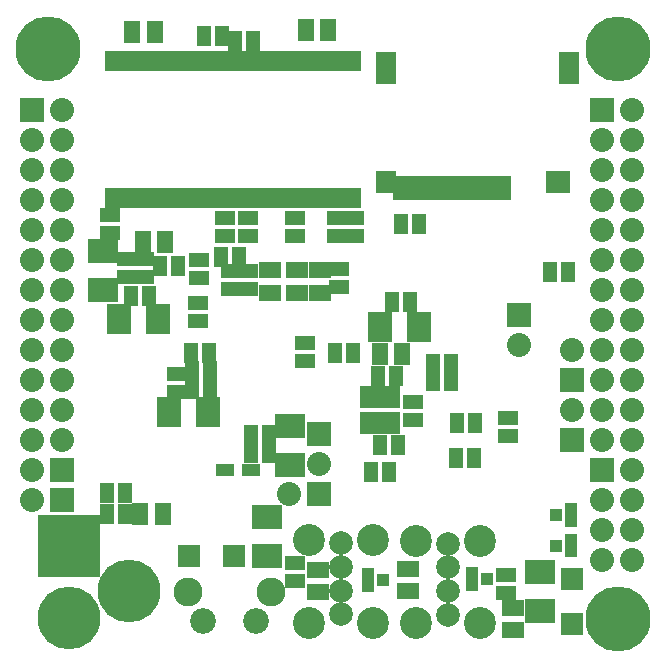
<source format=gbs>
G04 (created by PCBNEW-RS274X (2011-07-20 BZR 3052)-testing) date Mon 29 Aug 2011 11:42:48 PM COT*
G01*
G70*
G90*
%MOIN*%
G04 Gerber Fmt 3.4, Leading zero omitted, Abs format*
%FSLAX34Y34*%
G04 APERTURE LIST*
%ADD10C,0.006000*%
%ADD11C,0.106600*%
%ADD12C,0.079100*%
%ADD13R,0.075100X0.075100*%
%ADD14R,0.059300X0.043600*%
%ADD15R,0.046000X0.082000*%
%ADD16R,0.082000X0.074000*%
%ADD17R,0.066000X0.106000*%
%ADD18R,0.066000X0.074000*%
%ADD19R,0.075000X0.055000*%
%ADD20R,0.045000X0.065000*%
%ADD21R,0.065000X0.045000*%
%ADD22R,0.080000X0.080000*%
%ADD23C,0.080000*%
%ADD24C,0.086000*%
%ADD25C,0.096000*%
%ADD26R,0.080000X0.100000*%
%ADD27R,0.100000X0.080000*%
%ADD28R,0.055000X0.075000*%
%ADD29R,0.043600X0.039600*%
%ADD30C,0.209000*%
%ADD31R,0.209000X0.209000*%
%ADD32R,0.032600X0.066000*%
%ADD33R,0.067200X0.075100*%
%ADD34C,0.216900*%
G04 APERTURE END LIST*
G54D10*
G54D11*
X55866Y-51198D03*
X58008Y-51198D03*
G54D12*
X56937Y-53666D03*
X56937Y-52879D03*
X56937Y-52091D03*
X56937Y-51304D03*
G54D11*
X58008Y-53953D03*
X55866Y-53953D03*
X59433Y-51206D03*
X61575Y-51206D03*
G54D12*
X60504Y-53674D03*
X60504Y-52887D03*
X60504Y-52099D03*
X60504Y-51312D03*
G54D11*
X61575Y-53961D03*
X59433Y-53961D03*
G54D13*
X51870Y-51720D03*
X53366Y-51720D03*
X64626Y-52488D03*
X64626Y-53984D03*
G54D14*
X53059Y-48839D03*
X53925Y-48839D03*
G54D15*
X62356Y-39449D03*
X61926Y-39449D03*
X61496Y-39449D03*
X61056Y-39449D03*
X60626Y-39449D03*
X60196Y-39449D03*
X59756Y-39449D03*
X59326Y-39449D03*
X58896Y-39449D03*
G54D16*
X64166Y-39249D03*
G54D17*
X64526Y-35469D03*
X58426Y-35469D03*
G54D18*
X58416Y-39249D03*
G54D19*
X54563Y-42192D03*
X54563Y-42942D03*
G54D20*
X64493Y-42244D03*
X63893Y-42244D03*
G54D21*
X62496Y-47706D03*
X62496Y-47106D03*
G54D22*
X65642Y-36839D03*
G54D23*
X66642Y-36839D03*
X65642Y-37839D03*
X66642Y-37839D03*
X65642Y-38839D03*
X66642Y-38839D03*
X65642Y-39839D03*
X66642Y-39839D03*
X65642Y-40839D03*
X66642Y-40839D03*
X65642Y-41839D03*
X66642Y-41839D03*
X65642Y-42839D03*
X66642Y-42839D03*
X65642Y-43839D03*
X66642Y-43839D03*
X65642Y-44839D03*
X66642Y-44839D03*
X65642Y-45839D03*
X66642Y-45839D03*
X65642Y-46839D03*
X66642Y-46839D03*
X65642Y-47839D03*
X66642Y-47839D03*
G54D24*
X52319Y-53890D03*
X54089Y-53890D03*
G54D25*
X51819Y-52910D03*
X54579Y-52910D03*
G54D26*
X51200Y-46921D03*
X52500Y-46921D03*
G54D27*
X55236Y-47385D03*
X55236Y-48685D03*
G54D26*
X50839Y-43835D03*
X49539Y-43835D03*
G54D27*
X49008Y-42867D03*
X49008Y-41567D03*
G54D20*
X53401Y-34567D03*
X54001Y-34567D03*
X52957Y-34390D03*
X52357Y-34390D03*
G54D21*
X49228Y-40369D03*
X49228Y-40969D03*
X56791Y-40452D03*
X56791Y-41052D03*
X57366Y-40452D03*
X57366Y-41052D03*
X53055Y-40448D03*
X53055Y-41048D03*
X53835Y-40448D03*
X53835Y-41048D03*
X55378Y-40452D03*
X55378Y-41052D03*
X55740Y-44625D03*
X55740Y-45225D03*
G54D20*
X50536Y-43067D03*
X49936Y-43067D03*
X49114Y-50330D03*
X49714Y-50330D03*
X49114Y-49630D03*
X49714Y-49630D03*
G54D21*
X51453Y-45642D03*
X51453Y-46242D03*
G54D20*
X51936Y-44961D03*
X52536Y-44961D03*
X51944Y-45556D03*
X52544Y-45556D03*
X51944Y-46143D03*
X52544Y-46143D03*
X53928Y-48272D03*
X54528Y-48272D03*
X53928Y-47697D03*
X54528Y-47697D03*
X58936Y-40657D03*
X59536Y-40657D03*
G54D21*
X52185Y-42446D03*
X52185Y-41846D03*
X53831Y-42831D03*
X53831Y-42231D03*
X53264Y-42831D03*
X53264Y-42231D03*
X50373Y-42419D03*
X50373Y-41819D03*
G54D20*
X51489Y-42055D03*
X50889Y-42055D03*
G54D21*
X49799Y-42419D03*
X49799Y-41819D03*
X52146Y-43302D03*
X52146Y-43902D03*
G54D20*
X52913Y-41756D03*
X53513Y-41756D03*
G54D21*
X56854Y-42745D03*
X56854Y-42145D03*
G54D22*
X65642Y-48839D03*
G54D23*
X66642Y-48839D03*
X65642Y-49839D03*
X66642Y-49839D03*
X65642Y-50839D03*
X66642Y-50839D03*
X65642Y-51839D03*
X66642Y-51839D03*
G54D22*
X64642Y-47839D03*
G54D23*
X64642Y-46839D03*
G54D22*
X64642Y-45839D03*
G54D23*
X64642Y-44839D03*
G54D22*
X47642Y-48839D03*
G54D23*
X46642Y-48839D03*
G54D22*
X47642Y-49839D03*
G54D23*
X46642Y-49839D03*
G54D22*
X62851Y-43673D03*
G54D23*
X62851Y-44673D03*
G54D26*
X58212Y-44091D03*
X59512Y-44091D03*
G54D21*
X59311Y-46586D03*
X59311Y-47186D03*
G54D20*
X58765Y-45717D03*
X58165Y-45717D03*
X57940Y-48929D03*
X58540Y-48929D03*
X60779Y-47287D03*
X61379Y-47287D03*
X59999Y-45307D03*
X60599Y-45307D03*
X60747Y-48469D03*
X61347Y-48469D03*
X59999Y-45878D03*
X60599Y-45878D03*
X57320Y-44969D03*
X56720Y-44969D03*
X58228Y-48031D03*
X58828Y-48031D03*
X58621Y-43264D03*
X59221Y-43264D03*
G54D22*
X46642Y-36839D03*
G54D23*
X47642Y-36839D03*
X46642Y-37839D03*
X47642Y-37839D03*
X46642Y-38839D03*
X47642Y-38839D03*
X46642Y-39839D03*
X47642Y-39839D03*
X46642Y-40839D03*
X47642Y-40839D03*
X46642Y-41839D03*
X47642Y-41839D03*
X46642Y-42839D03*
X47642Y-42839D03*
X46642Y-43839D03*
X47642Y-43839D03*
X46642Y-44839D03*
X47642Y-44839D03*
X46642Y-45839D03*
X47642Y-45839D03*
X46642Y-46839D03*
X47642Y-46839D03*
X46642Y-47839D03*
X47642Y-47839D03*
G54D21*
X62433Y-52961D03*
X62433Y-52361D03*
X55390Y-52556D03*
X55390Y-51956D03*
G54D19*
X59150Y-52153D03*
X59150Y-52903D03*
X56150Y-52184D03*
X56150Y-52934D03*
X56224Y-42946D03*
X56224Y-42196D03*
G54D28*
X58219Y-44988D03*
X58969Y-44988D03*
G54D19*
X55472Y-42946D03*
X55472Y-42196D03*
G54D27*
X63559Y-53540D03*
X63559Y-52240D03*
X54469Y-51709D03*
X54469Y-50409D03*
G54D29*
X61289Y-52685D03*
X61289Y-52293D03*
X61799Y-52489D03*
X57820Y-52728D03*
X57820Y-52336D03*
X58330Y-52532D03*
X64594Y-51178D03*
X64594Y-51570D03*
X64084Y-51374D03*
X64594Y-50158D03*
X64594Y-50550D03*
X64084Y-50354D03*
G54D30*
X47864Y-53780D03*
G54D31*
X47864Y-51380D03*
G54D30*
X49864Y-52880D03*
G54D32*
X57416Y-39800D03*
X57416Y-35220D03*
X57160Y-39800D03*
X57160Y-35220D03*
X56904Y-39800D03*
X56904Y-35220D03*
X56648Y-39800D03*
X56648Y-35220D03*
X56392Y-39800D03*
X56392Y-35220D03*
X56136Y-39800D03*
X56136Y-35220D03*
X55880Y-39800D03*
X55880Y-35220D03*
X55624Y-39800D03*
X55624Y-35220D03*
X55368Y-39800D03*
X55368Y-35220D03*
X55112Y-39800D03*
X55112Y-35220D03*
X54856Y-39800D03*
X54856Y-35220D03*
X54600Y-39800D03*
X54600Y-35220D03*
X54344Y-39800D03*
X54344Y-35220D03*
X54088Y-39800D03*
X54088Y-35220D03*
X53832Y-39800D03*
X53832Y-35220D03*
X53576Y-39800D03*
X53576Y-35220D03*
X53320Y-39800D03*
X53320Y-35220D03*
X53064Y-39800D03*
X53064Y-35220D03*
X52808Y-39800D03*
X52808Y-35220D03*
X52552Y-39800D03*
X52552Y-35220D03*
X52296Y-39800D03*
X52296Y-35220D03*
X52040Y-39800D03*
X52040Y-35220D03*
X51784Y-39800D03*
X51784Y-35220D03*
X51528Y-39800D03*
X51528Y-35220D03*
X51272Y-39800D03*
X51272Y-35220D03*
X51016Y-39800D03*
X51016Y-35220D03*
X50760Y-39800D03*
X50760Y-35220D03*
X50504Y-39800D03*
X50504Y-35220D03*
X50248Y-39800D03*
X50248Y-35220D03*
X49992Y-39800D03*
X49992Y-35220D03*
X49736Y-39800D03*
X49736Y-35220D03*
X49480Y-39800D03*
X49480Y-35220D03*
X49224Y-39800D03*
X49224Y-35220D03*
G54D33*
X57898Y-47299D03*
X57898Y-46433D03*
X58567Y-46433D03*
X58567Y-47299D03*
G54D34*
X66173Y-34808D03*
X47173Y-34808D03*
G54D28*
X50239Y-50330D03*
X50989Y-50330D03*
X51064Y-41240D03*
X50314Y-41240D03*
G54D22*
X56189Y-47646D03*
G54D23*
X56189Y-48646D03*
G54D22*
X56193Y-49654D03*
G54D23*
X55193Y-49654D03*
G54D34*
X66173Y-53808D03*
G54D28*
X50710Y-34260D03*
X49960Y-34260D03*
G54D19*
X62664Y-54205D03*
X62664Y-53455D03*
G54D28*
X55743Y-34181D03*
X56493Y-34181D03*
M02*

</source>
